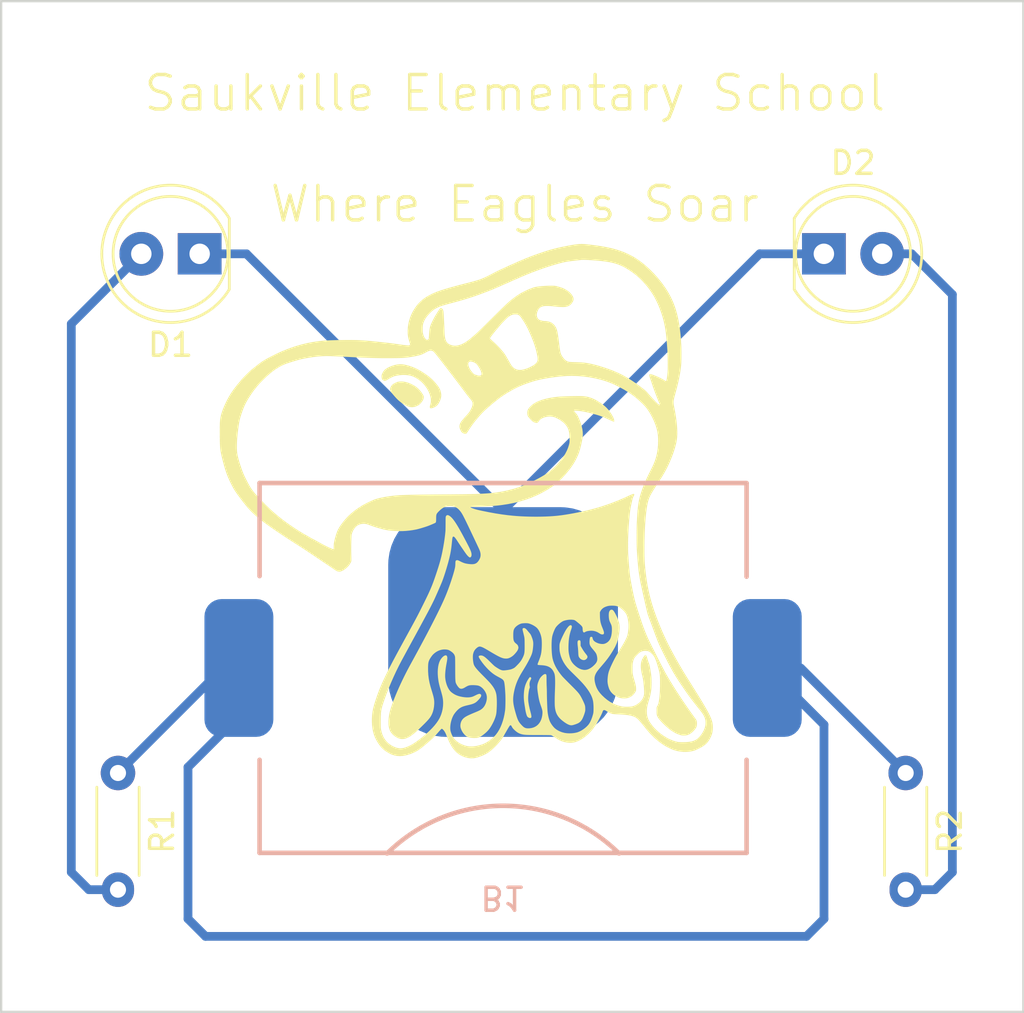
<source format=kicad_pcb>
(kicad_pcb (version 20211014) (generator pcbnew)
  (layers (0 "F.Cu" signal) (31 "B.Cu" signal) (34 "B.Paste" user) (35 "F.Paste" user) (36 "B.SilkS" user "B.Silkscreen") (37 "F.SilkS" user "F.Silkscreen") (38 "B.Mask" user) (39 "F.Mask" user) (44 "Edge.Cuts" user))
  (net 0 "")
  (net 1 "VCC")
  (net 2 "GND")
  (net 3 "Net-(D1-Pad2)")
  (net 4 "Net-(D2-Pad2)")
  (footprint "LED_THT:LED_D5.0mm" (layer "F.Cu") (at 147.315 79)
    (fp_text reference "D2" (at 1.27 -3.96) (layer "F.SilkS"))
    (fp_text value "BLUE")
    (pad "1" thru_hole rect (at 0 0) (size 1.905 1.8) (drill 0.889) (layers *.Cu *.Mask) (net 2 "GND"))
    (pad "2" thru_hole circle (at 2.54 0) (size 1.905 1.905) (drill 0.889) (layers *.Cu *.Mask) (net 4 "Net-(D2-Pad2)"))
  )
  (footprint "Resistor_THT:R_Axial_DIN0204_L3.6mm_D1.6mm_P5.08mm_Horizontal" (layer "F.Cu") (at 116.586 101.6 -90)
    (fp_text reference "R1" (at 2.54 -1.92 90) (layer "F.SilkS"))
    (fp_text value "200")
    (pad "1" thru_hole circle (at 0 0 270) (size 1.5 1.5) (drill 0.7) (layers *.Cu *.Mask) (net 1 "VCC"))
    (pad "2" thru_hole oval (at 5.08 0 270) (size 1.5 1.4) (drill 0.7) (layers *.Cu *.Mask) (net 3 "Net-(D1-Pad2)"))
  )
  (footprint "ses-badge:ses-baldy-eagle-front-silk-screen" (layer "F.Cu") (at 134.366 87.122)
    (fp_text reference "REF**" hide)
    (fp_text value "ses-baldy-eagle-front-silk-screen")
  )
  (footprint "Resistor_THT:R_Axial_DIN0204_L3.6mm_D1.6mm_P5.08mm_Horizontal" (layer "F.Cu") (at 150.876 101.6 -90)
    (fp_text reference "R2" (at 2.54 -1.92 90) (layer "F.SilkS"))
    (fp_text value "200")
    (pad "1" thru_hole circle (at 0 0 270) (size 1.5 1.5) (drill 0.7) (layers *.Cu *.Mask) (net 1 "VCC"))
    (pad "2" thru_hole oval (at 5.08 0 270) (size 1.5 1.4) (drill 0.7) (layers *.Cu *.Mask) (net 4 "Net-(D2-Pad2)"))
  )
  (footprint "LED_THT:LED_D5.0mm" (layer "F.Cu") (at 120.142 79 180)
    (fp_text reference "D1" (at 1.27 -3.96) (layer "F.SilkS"))
    (fp_text value "BLUE")
    (pad "1" thru_hole rect (at 0 0 180) (size 1.905 1.8) (drill 0.889) (layers *.Cu *.Mask) (net 2 "GND"))
    (pad "2" thru_hole circle (at 2.54 0 180) (size 1.905 1.905) (drill 0.889) (layers *.Cu *.Mask) (net 3 "Net-(D1-Pad2)"))
  )
  (footprint "ses-badge:BATT-RETAINER-COIN-20MM-1CEL-SMD" (layer "B.Cu") (at 133.35 97.028)
    (fp_text reference "B1" (at 0 10 -180 unlocked) (layer "B.SilkS") (effects (justify mirror)))
    (fp_text value "BATT-RETAINER-COIN-20MM-1CEL-SMD")
    (pad "1" smd roundrect (at -11.5 0) (size 3 6) (layers "B.Cu" "B.Paste" "B.Mask") (net 1 "VCC"))
    (pad "2" smd roundrect (at 11.5 0) (size 3 6) (layers "B.Cu" "B.Paste" "B.Mask") (net 1 "VCC"))
    (pad "3" smd roundrect (at 0 -2) (size 10 10) (layers "B.Cu" "B.Paste" "B.Mask") (net 2 "GND"))
  )
  (gr_line (start 111.5 112) (end 111.5 68) (layer "Edge.Cuts") (width 0.1))
  (gr_line (start 111.5 68) (end 156 68) (layer "Edge.Cuts") (width 0.1))
  (gr_line (start 156 112) (end 111.5 112) (layer "Edge.Cuts") (width 0.1))
  (gr_line (start 156 68) (end 156 112) (layer "Edge.Cuts") (width 0.1))
  (gr_text "Saukville Elementary School\n\nWhere Eagles Soar" (at 133.858 74.422) (layer "F.SilkS") (effects (font (size 1.5 1.5))))
  (segment (start 144.85 97.028) (end 146.304 97.028) (width 0.25) (layer "B.Cu") (net 1))
  (segment (start 119.634 101.346) (end 119.634 107.95) (width 0.381) (layer "B.Cu") (net 1))
  (segment (start 147.32 99.498) (end 144.85 97.028) (width 0.381) (layer "B.Cu") (net 1))
  (segment (start 147.32 107.95) (end 147.32 99.498) (width 0.381) (layer "B.Cu") (net 1))
  (segment (start 120.396 108.712) (end 146.558 108.712) (width 0.381) (layer "B.Cu") (net 1))
  (segment (start 121.85 97.028) (end 121.85 99.13) (width 0.25) (layer "B.Cu") (net 1))
  (segment (start 121.158 97.028) (end 121.85 97.028) (width 0.25) (layer "B.Cu") (net 1))
  (segment (start 116.586 101.6) (end 121.158 97.028) (width 0.381) (layer "B.Cu") (net 1))
  (segment (start 146.558 108.712) (end 147.32 107.95) (width 0.381) (layer "B.Cu") (net 1))
  (segment (start 119.634 107.95) (end 120.396 108.712) (width 0.381) (layer "B.Cu") (net 1))
  (segment (start 121.85 99.13) (end 119.634 101.346) (width 0.381) (layer "B.Cu") (net 1))
  (segment (start 146.304 97.028) (end 150.876 101.6) (width 0.381) (layer "B.Cu") (net 1))
  (segment (start 133.35 90.17) (end 122.18 79) (width 0.381) (layer "B.Cu") (net 2))
  (segment (start 147.315 79) (end 144.532 79) (width 0.381) (layer "B.Cu") (net 2))
  (segment (start 144.526 78.994) (end 133.35 90.17) (width 0.381) (layer "B.Cu") (net 2))
  (segment (start 133.35 90.17) (end 133.35 94.028) (width 0.381) (layer "B.Cu") (net 2))
  (segment (start 122.18 79) (end 120.142 79) (width 0.381) (layer "B.Cu") (net 2))
  (segment (start 144.532 79) (end 144.526 78.994) (width 0.25) (layer "B.Cu") (net 2))
  (segment (start 116.586 106.68) (end 115.316 106.68) (width 0.381) (layer "B.Cu") (net 3))
  (segment (start 114.554 82.048) (end 117.602 79) (width 0.381) (layer "B.Cu") (net 3))
  (segment (start 114.554 105.918) (end 114.554 82.048) (width 0.381) (layer "B.Cu") (net 3))
  (segment (start 115.316 106.68) (end 114.554 105.918) (width 0.381) (layer "B.Cu") (net 3))
  (segment (start 152.908 80.772) (end 151.136 79) (width 0.381) (layer "B.Cu") (net 4))
  (segment (start 152.146 106.68) (end 152.908 105.918) (width 0.381) (layer "B.Cu") (net 4))
  (segment (start 151.136 79) (end 149.855 79) (width 0.381) (layer "B.Cu") (net 4))
  (segment (start 152.908 105.918) (end 152.908 80.772) (width 0.381) (layer "B.Cu") (net 4))
  (segment (start 150.876 106.68) (end 152.146 106.68) (width 0.381) (layer "B.Cu") (net 4))
)
</source>
